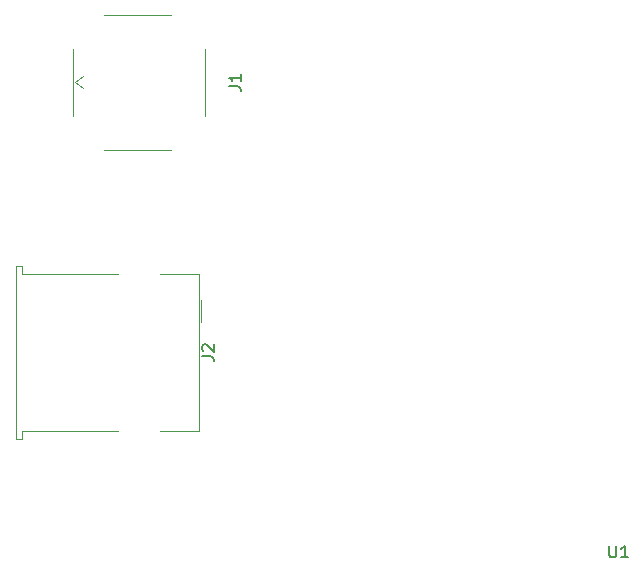
<source format=gbr>
%TF.GenerationSoftware,KiCad,Pcbnew,(6.0.1)*%
%TF.CreationDate,2022-07-02T16:38:06+02:00*%
%TF.ProjectId,amr_audio_card,616d725f-6175-4646-996f-5f636172642e,rev?*%
%TF.SameCoordinates,Original*%
%TF.FileFunction,Legend,Top*%
%TF.FilePolarity,Positive*%
%FSLAX46Y46*%
G04 Gerber Fmt 4.6, Leading zero omitted, Abs format (unit mm)*
G04 Created by KiCad (PCBNEW (6.0.1)) date 2022-07-02 16:38:06*
%MOMM*%
%LPD*%
G01*
G04 APERTURE LIST*
%ADD10C,0.150000*%
%ADD11C,0.120000*%
G04 APERTURE END LIST*
D10*
%TO.C,U1*%
X144093095Y-150997380D02*
X144093095Y-151806904D01*
X144140714Y-151902142D01*
X144188333Y-151949761D01*
X144283571Y-151997380D01*
X144474047Y-151997380D01*
X144569285Y-151949761D01*
X144616904Y-151902142D01*
X144664523Y-151806904D01*
X144664523Y-150997380D01*
X145664523Y-151997380D02*
X145093095Y-151997380D01*
X145378809Y-151997380D02*
X145378809Y-150997380D01*
X145283571Y-151140238D01*
X145188333Y-151235476D01*
X145093095Y-151283095D01*
%TO.C,J2*%
X109602380Y-134953333D02*
X110316666Y-134953333D01*
X110459523Y-135000952D01*
X110554761Y-135096190D01*
X110602380Y-135239047D01*
X110602380Y-135334285D01*
X109697619Y-134524761D02*
X109650000Y-134477142D01*
X109602380Y-134381904D01*
X109602380Y-134143809D01*
X109650000Y-134048571D01*
X109697619Y-134000952D01*
X109792857Y-133953333D01*
X109888095Y-133953333D01*
X110030952Y-134000952D01*
X110602380Y-134572380D01*
X110602380Y-133953333D01*
%TO.C,J1*%
X111892380Y-112093333D02*
X112606666Y-112093333D01*
X112749523Y-112140952D01*
X112844761Y-112236190D01*
X112892380Y-112379047D01*
X112892380Y-112474285D01*
X112892380Y-111093333D02*
X112892380Y-111664761D01*
X112892380Y-111379047D02*
X111892380Y-111379047D01*
X112035238Y-111474285D01*
X112130476Y-111569523D01*
X112178095Y-111664761D01*
D11*
%TO.C,J2*%
X93860000Y-141930000D02*
X94380000Y-141930000D01*
X93860000Y-127310000D02*
X93860000Y-141930000D01*
X109340000Y-127960000D02*
X106010000Y-127960000D01*
X109560000Y-130220000D02*
X109560000Y-132020000D01*
X94380000Y-141930000D02*
X94380000Y-141280000D01*
X94380000Y-127310000D02*
X93860000Y-127310000D01*
X109340000Y-141280000D02*
X106010000Y-141280000D01*
X102490000Y-141280000D02*
X94380000Y-141280000D01*
X94380000Y-127960000D02*
X94380000Y-127310000D01*
X109340000Y-127960000D02*
X109340000Y-141280000D01*
X94380000Y-127960000D02*
X102490000Y-127960000D01*
%TO.C,J1*%
X101315000Y-117490000D02*
X106965000Y-117490000D01*
X106965000Y-106030000D02*
X101315000Y-106030000D01*
X98640000Y-108935000D02*
X98640000Y-114585000D01*
X109870000Y-114585000D02*
X109870000Y-108935000D01*
X98840000Y-111760000D02*
X99540000Y-112260000D01*
X98840000Y-111760000D02*
X99540000Y-111260000D01*
%TD*%
M02*

</source>
